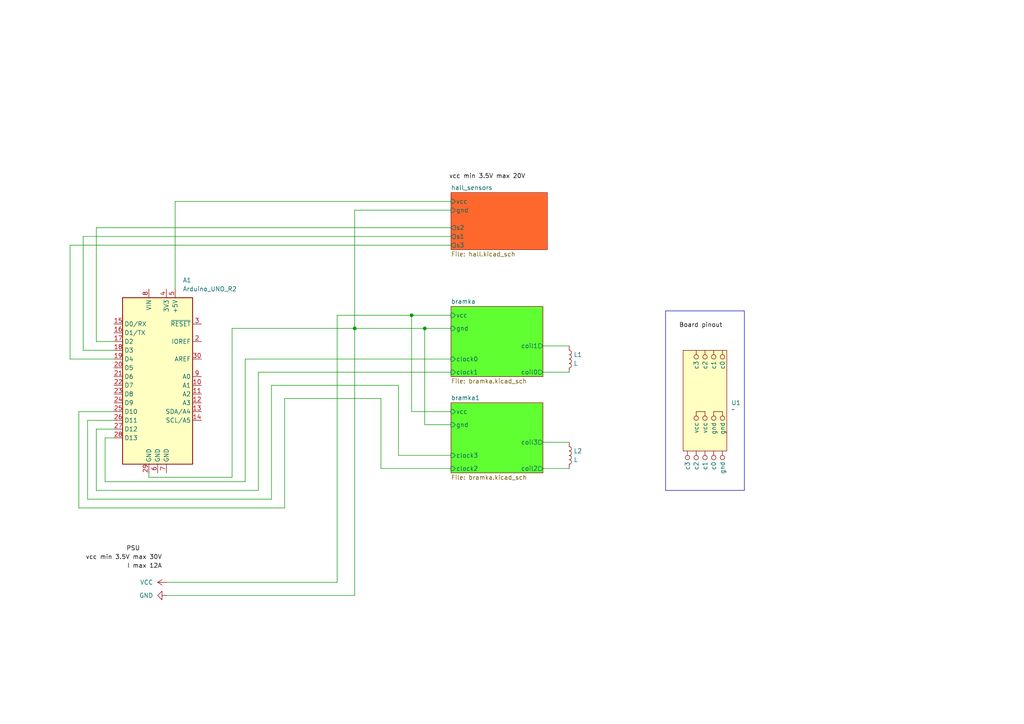
<source format=kicad_sch>
(kicad_sch (version 20231120) (generator "eeschema") (generator_version "8.0")
  (paper "A4")
  (lib_symbols
    (symbol "Device:L" (pin_numbers hide) (pin_names (offset 1.016) hide)
      (property "Reference" "L" (at -1.27 0 90))
      (property "Value" "L" (at 1.905 0 90))
      (symbol "L_0_1"
        (arc (start 0 -2.54) (mid 0.6323 -1.905) (end 0 -1.27))
        (arc (start 0 -1.27) (mid 0.6323 -0.635) (end 0 0))
        (arc (start 0 0) (mid 0.6323 0.635) (end 0 1.27))
        (arc (start 0 1.27) (mid 0.6323 1.905) (end 0 2.54))
      )
      (symbol "L_1_1"
        (pin passive line (at 0 3.81 270) (length 1.27) (name "1") (number "1"))
        (pin passive line (at 0 -3.81 90) (length 1.27) (name "2") (number "2"))
      )
    )
    (symbol "MCU_Module:Arduino_UNO_R2"
      (property "Reference" "A" (at -10.16 23.495 0))
      (property "Value" "Arduino_UNO_R2" (at 5.08 -26.67 0))
      (symbol "Arduino_UNO_R2_0_1"
        (rectangle (start -10.16 22.86) (end 10.16 -25.4) (stroke (width 0.254)) (fill (type background)))
      )
      (symbol "Arduino_UNO_R2_1_1"
        (pin no_connect line (at -10.16 -20.32 0) (length 2.54) hide (name "NC") (number "1"))
        (pin bidirectional line (at 12.7 -2.54 180) (length 2.54) (name "A1") (number "10"))
        (pin bidirectional line (at 12.7 -5.08 180) (length 2.54) (name "A2") (number "11"))
        (pin bidirectional line (at 12.7 -7.62 180) (length 2.54) (name "A3") (number "12"))
        (pin bidirectional line (at 12.7 -10.16 180) (length 2.54) (name "SDA/A4") (number "13"))
        (pin bidirectional line (at 12.7 -12.7 180) (length 2.54) (name "SCL/A5") (number "14"))
        (pin bidirectional line (at -12.7 15.24 0) (length 2.54) (name "D0/RX") (number "15"))
        (pin bidirectional line (at -12.7 12.7 0) (length 2.54) (name "D1/TX") (number "16"))
        (pin bidirectional line (at -12.7 10.16 0) (length 2.54) (name "D2") (number "17"))
        (pin bidirectional line (at -12.7 7.62 0) (length 2.54) (name "D3") (number "18"))
        (pin bidirectional line (at -12.7 5.08 0) (length 2.54) (name "D4") (number "19"))
        (pin output line (at 12.7 10.16 180) (length 2.54) (name "IOREF") (number "2"))
        (pin bidirectional line (at -12.7 2.54 0) (length 2.54) (name "D5") (number "20"))
        (pin bidirectional line (at -12.7 0 0) (length 2.54) (name "D6") (number "21"))
        (pin bidirectional line (at -12.7 -2.54 0) (length 2.54) (name "D7") (number "22"))
        (pin bidirectional line (at -12.7 -5.08 0) (length 2.54) (name "D8") (number "23"))
        (pin bidirectional line (at -12.7 -7.62 0) (length 2.54) (name "D9") (number "24"))
        (pin bidirectional line (at -12.7 -10.16 0) (length 2.54) (name "D10") (number "25"))
        (pin bidirectional line (at -12.7 -12.7 0) (length 2.54) (name "D11") (number "26"))
        (pin bidirectional line (at -12.7 -15.24 0) (length 2.54) (name "D12") (number "27"))
        (pin bidirectional line (at -12.7 -17.78 0) (length 2.54) (name "D13") (number "28"))
        (pin power_in line (at -2.54 -27.94 90) (length 2.54) (name "GND") (number "29"))
        (pin input line (at 12.7 15.24 180) (length 2.54) (name "~{RESET}") (number "3"))
        (pin input line (at 12.7 5.08 180) (length 2.54) (name "AREF") (number "30"))
        (pin power_out line (at 2.54 25.4 270) (length 2.54) (name "3V3") (number "4"))
        (pin power_out line (at 5.08 25.4 270) (length 2.54) (name "+5V") (number "5"))
        (pin power_in line (at 0 -27.94 90) (length 2.54) (name "GND") (number "6"))
        (pin power_in line (at 2.54 -27.94 90) (length 2.54) (name "GND") (number "7"))
        (pin power_in line (at -2.54 25.4 270) (length 2.54) (name "VIN") (number "8"))
        (pin bidirectional line (at 12.7 0 180) (length 2.54) (name "A0") (number "9"))
      )
    )
    (symbol "power:GND" (power) (pin_numbers hide) (pin_names (offset 0) hide)
      (property "Value" "GND" (at 0 -3.81 0))
      (symbol "GND_0_1"
        (polyline (pts (xy 0 0) (xy 0 -1.27) (xy 1.27 -1.27) (xy 0 -2.54) (xy -1.27 -1.27) (xy 0 -1.27)))
      )
      (symbol "GND_1_1"
        (pin power_in line (at 0 0 270) (length 0) (name "~") (number "1"))
      )
    )
    (symbol "power:VCC" (power) (pin_numbers hide) (pin_names (offset 0) hide)
      (property "Value" "VCC" (at 0 3.556 0))
      (symbol "VCC_0_1"
        (polyline (pts (xy -0.762 1.27) (xy 0 2.54)))
        (polyline (pts (xy 0 0) (xy 0 2.54)))
        (polyline (pts (xy 0 2.54) (xy 0.762 1.27)))
      )
      (symbol "VCC_1_1"
        (pin power_in line (at 0 0 90) (length 0) (name "~") (number "1"))
      )
    )
    (symbol "wytrzasarka-pinout:wytrzasarka"
      (property "Reference" "U" (at 0 0 0))
      (symbol "wytrzasarka_0_1"
        (rectangle (start -8.89 21.59) (end 3.81 -7.62) (fill (type background)))
        (polyline (pts (xy -5.08 3.81) (xy -2.54 3.81)))
        (polyline (pts (xy 0 3.81) (xy 2.54 3.81)))
      )
      (symbol "wytrzasarka_1_1"
        (pin input inverted (at 0 -7.62 270) (length 2.54) (name "c0") (number ""))
        (pin power_out inverted (at 2.54 21.59 270) (length 2.54) (name "c0") (number ""))
        (pin input inverted (at -2.54 -7.62 270) (length 2.54) (name "c1") (number ""))
        (pin power_out inverted (at 0 21.59 270) (length 2.54) (name "c1") (number ""))
        (pin input inverted (at -5.08 -7.62 270) (length 2.54) (name "c2") (number ""))
        (pin power_out inverted (at -2.54 21.59 270) (length 2.54) (name "c2") (number ""))
        (pin input inverted (at -7.62 -7.62 270) (length 2.54) (name "c3") (number ""))
        (pin power_out inverted (at -5.08 21.59 270) (length 2.54) (name "c3") (number ""))
        (pin power_in inverted (at 0 3.81 270) (length 2.54) (name "gnd") (number ""))
        (pin input inverted (at 2.54 -7.62 270) (length 2.54) (name "gnd") (number ""))
        (pin power_in inverted (at 2.54 3.81 270) (length 2.54) (name "gnd") (number ""))
        (pin power_in inverted (at -5.08 3.81 270) (length 2.54) (name "vcc") (number ""))
        (pin power_in inverted (at -2.54 3.81 270) (length 2.54) (name "vcc") (number ""))
      )
    )
  )
  (junction (at 119.38 91.44))
  (junction (at 102.87 95.25))
  (junction (at 123.19 95.25))
  (wire (pts (xy 30.48 139.7) (xy 71.12 139.7)))
  (wire (pts (xy 102.87 60.96) (xy 130.81 60.96)))
  (wire (pts (xy 130.81 132.08) (xy 115.57 132.08)))
  (wire (pts (xy 43.18 137.16) (xy 43.18 138.43)))
  (wire (pts (xy 30.48 127) (xy 30.48 139.7)))
  (wire (pts (xy 67.31 138.43) (xy 67.31 95.25)))
  (wire (pts (xy 78.74 144.78) (xy 78.74 111.76)))
  (wire (pts (xy 33.02 124.46) (xy 27.94 124.46)))
  (wire (pts (xy 33.02 121.92) (xy 25.4 121.92)))
  (wire (pts (xy 110.49 135.89) (xy 110.49 115.57)))
  (wire (pts (xy 119.38 91.44) (xy 119.38 119.38)))
  (wire (pts (xy 48.26 168.91) (xy 97.79 168.91)))
  (wire (pts (xy 25.4 144.78) (xy 78.74 144.78)))
  (wire (pts (xy 130.81 66.04) (xy 27.94 66.04)))
  (wire (pts (xy 157.48 135.89) (xy 165.1 135.89)))
  (wire (pts (xy 67.31 95.25) (xy 102.87 95.25)))
  (wire (pts (xy 123.19 95.25) (xy 123.19 123.19)))
  (wire (pts (xy 50.8 58.42) (xy 130.81 58.42)))
  (wire (pts (xy 71.12 139.7) (xy 71.12 104.14)))
  (wire (pts (xy 27.94 142.24) (xy 74.93 142.24)))
  (wire (pts (xy 115.57 132.08) (xy 115.57 111.76)))
  (wire (pts (xy 102.87 95.25) (xy 102.87 172.72)))
  (wire (pts (xy 130.81 71.12) (xy 20.32 71.12)))
  (wire (pts (xy 22.86 147.32) (xy 22.86 119.38)))
  (wire (pts (xy 50.8 83.82) (xy 50.8 58.42)))
  (wire (pts (xy 82.55 115.57) (xy 82.55 147.32)))
  (wire (pts (xy 74.93 107.95) (xy 130.81 107.95)))
  (wire (pts (xy 130.81 91.44) (xy 119.38 91.44)))
  (wire (pts (xy 74.93 142.24) (xy 74.93 107.95)))
  (wire (pts (xy 123.19 95.25) (xy 102.87 95.25)))
  (wire (pts (xy 102.87 95.25) (xy 102.87 60.96)))
  (wire (pts (xy 43.18 138.43) (xy 67.31 138.43)))
  (wire (pts (xy 24.13 68.58) (xy 130.81 68.58)))
  (wire (pts (xy 30.48 127) (xy 33.02 127)))
  (wire (pts (xy 119.38 119.38) (xy 130.81 119.38)))
  (wire (pts (xy 82.55 147.32) (xy 22.86 147.32)))
  (wire (pts (xy 20.32 71.12) (xy 20.32 104.14)))
  (wire (pts (xy 97.79 91.44) (xy 119.38 91.44)))
  (wire (pts (xy 20.32 104.14) (xy 33.02 104.14)))
  (wire (pts (xy 71.12 104.14) (xy 130.81 104.14)))
  (wire (pts (xy 130.81 135.89) (xy 110.49 135.89)))
  (wire (pts (xy 27.94 99.06) (xy 33.02 99.06)))
  (wire (pts (xy 33.02 101.6) (xy 24.13 101.6)))
  (wire (pts (xy 27.94 124.46) (xy 27.94 142.24)))
  (wire (pts (xy 24.13 101.6) (xy 24.13 68.58)))
  (wire (pts (xy 78.74 111.76) (xy 115.57 111.76)))
  (wire (pts (xy 97.79 91.44) (xy 97.79 168.91)))
  (wire (pts (xy 157.48 100.33) (xy 165.1 100.33)))
  (wire (pts (xy 27.94 66.04) (xy 27.94 99.06)))
  (wire (pts (xy 157.48 128.27) (xy 165.1 128.27)))
  (wire (pts (xy 22.86 119.38) (xy 33.02 119.38)))
  (wire (pts (xy 130.81 95.25) (xy 123.19 95.25)))
  (wire (pts (xy 157.48 107.95) (xy 165.1 107.95)))
  (wire (pts (xy 82.55 115.57) (xy 110.49 115.57)))
  (wire (pts (xy 123.19 123.19) (xy 130.81 123.19)))
  (wire (pts (xy 48.26 172.72) (xy 102.87 172.72)))
  (wire (pts (xy 25.4 121.92) (xy 25.4 144.78)))
  (rectangle (start 193.04 90.17) (end 215.9 142.24))
  (label "I max 12A" (at 46.99 165.1 180))
  (label "vcc min 3.5V max 20V" (at 152.4 52.07 180))
  (label "Board pinout" (at 209.55 95.25 180))
  (label "vcc min 3.5V max 30V" (at 46.99 162.56 180))
  (label "PSU" (at 40.64 160.02 180))
  (symbol (lib_id "MCU_Module:Arduino_UNO_R2") (at 45.72 109.22 0) (unit 1)
    (property "Reference" "A1" (at 52.9941 81.28 0) (effects (justify left)))
    (property "Value" "Arduino_UNO_R2" (at 52.9941 83.82 0) (effects (justify left)))
    (property "Footprint" "Module:Arduino_UNO_R2" (effects (hide yes)))
    (property "Datasheet" "https://www.arduino.cc/en/Main/arduinoBoardUno" (effects (hide yes)))
    (property "Description" "Arduino UNO Microcontroller Module, release 2" (effects (hide yes)))
  )
  (symbol (lib_id "Device:L") (at 165.1 104.14 0) (unit 1)
    (property "Reference" "L1" (at 166.37 102.8699 0) (effects (justify left)))
    (property "Value" "L" (at 166.37 105.4099 0) (effects (justify left)))
    (property "Description" "Inductor" (effects (hide yes)))
  )
  (symbol (lib_id "wytrzasarka-pinout:wytrzasarka") (at 207.01 123.19 0) (unit 1)
    (property "Reference" "U1" (at 212.09 116.8399 0) (effects (justify left)))
    (property "Value" "~" (at 212.09 118.745 0) (effects (justify left)))
  )
  (symbol (lib_id "power:VCC") (at 48.26 168.91 90) (unit 1)
    (property "Reference" "#PWR07" (effects (hide yes)))
    (property "Value" "VCC" (at 44.45 168.9099 90) (effects (justify left)))
    (property "Description" "Power symbol creates a global label with name \"VCC\"" (effects (hide yes)))
  )
  (symbol (lib_id "power:GND") (at 48.26 172.72 270) (unit 1)
    (property "Reference" "#PWR08" (effects (hide yes)))
    (property "Value" "GND" (at 44.45 172.7199 90) (effects (justify right)))
    (property "Description" "Power symbol creates a global label with name \"GND\" , ground" (effects (hide yes)))
  )
  (symbol (lib_id "Device:L") (at 165.1 132.08 0) (unit 1)
    (property "Reference" "L2" (at 166.37 130.8099 0) (effects (justify left)))
    (property "Value" "L" (at 166.37 133.3499 0) (effects (justify left)))
    (property "Description" "Inductor" (effects (hide yes)))
  )
  (sheet (at 130.81 55.88) (size 27.94 16.51) (stroke (width 0.1524)) (fill (color 255 104 45 1.0000))
    (property "Sheetname" "hall_sensors" (at 130.81 55.1684 0) (effects (justify left bottom)))
    (property "Sheetfile" "hall.kicad_sch" (at 130.81 72.9746 0) (effects (justify left top)))
    (pin "gnd" input (at 130.81 60.96 180))
    (pin "vcc" input (at 130.81 58.42 180))
    (pin "s2" output (at 130.81 66.04 180))
    (pin "s1" output (at 130.81 68.58 180))
    (pin "s3" output (at 130.81 71.12 180))
  )
  (sheet (at 130.81 88.9) (size 26.67 20.32) (stroke (width 0.1524)) (fill (color 96 255 49 1.0000))
    (property "Sheetname" "bramka" (at 130.81 88.1884 0) (effects (justify left bottom)))
    (property "Sheetfile" "bramka.kicad_sch" (at 130.81 109.8046 0) (effects (justify left top)))
    (pin "clock1" input (at 130.81 107.95 180))
    (pin "clock0" input (at 130.81 104.14 180))
    (pin "coil0" output (at 157.48 107.95 0))
    (pin "coil1" output (at 157.48 100.33 0))
    (pin "vcc" input (at 130.81 91.44 180))
    (pin "gnd" input (at 130.81 95.25 180))
  )
  (sheet (at 130.81 116.84) (size 26.67 20.32) (stroke (width 0.1524)) (fill (color 96 255 49 1.0000))
    (property "Sheetname" "bramka1" (at 130.81 116.1284 0) (effects (justify left bottom)))
    (property "Sheetfile" "bramka.kicad_sch" (at 130.81 137.7446 0) (effects (justify left top)))
    (pin "clock2" input (at 130.81 135.89 180))
    (pin "clock3" input (at 130.81 132.08 180))
    (pin "coil2" output (at 157.48 135.89 0))
    (pin "coil3" output (at 157.48 128.27 0))
    (pin "vcc" input (at 130.81 119.38 180))
    (pin "gnd" input (at 130.81 123.19 180))
  )
)
</source>
